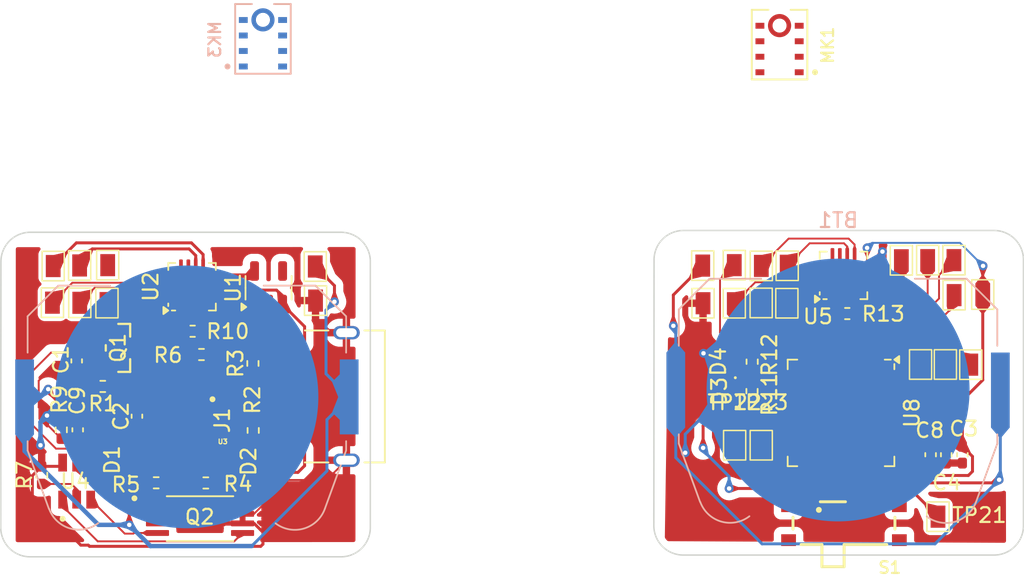
<source format=kicad_pcb>
(kicad_pcb (version 20240108) (generator "pcbnew") (generator_version "8.0")
  (layers (0 "F.Cu" signal) (31 "B.Cu" signal) (34 "B.Paste" user) (35 "F.Paste" user) (36 "B.SilkS" user "B.Silkscreen") (37 "F.SilkS" user "F.Silkscreen") (38 "B.Mask" user) (39 "F.Mask" user) (44 "Edge.Cuts" user))
  (net 0 "")
  (net 1 "B-")
  (net 2 "Net-(U2-GAIN_SLOT)")
  (net 3 "Net-(U5-GAIN_SLOT)")
  (net 4 "B+")
  (net 5 "VBUS")
  (net 6 "VDD_ESP")
  (net 7 "Net-(J1-CC1_B)")
  (net 8 "D-")
  (net 9 "D+")
  (net 12 "Net-(J1-CC1_A)")
  (net 13 "CLK1")
  (net 14 "SEL1")
  (net 15 "MIC_DATA1")
  (net 16 "SEL2")
  (net 17 "MIC_DATA2")
  (net 18 "CLK2")
  (net 19 "Net-(Q1-D)")
  (net 20 "/G1")
  (net 21 "/G2")
  (net 22 "/D1")
  (net 23 "Net-(D2-K)")
  (net 24 "Net-(U3-~{CHRG})")
  (net 25 "Net-(U3-~{STDBY})")
  (net 26 "Net-(D1-K)")
  (net 27 "Net-(U3-PROG)")
  (net 28 "Net-(U4-CS)")
  (net 29 "SPK_P1")
  (net 30 "SPK_N1")
  (net 31 "SPK2_P")
  (net 32 "SPK2_N")
  (net 33 "RESET")
  (net 35 "SPK_DATA1")
  (net 41 "SPK2_DATA")
  (net 69 "Net-(U8-GPIO9)")
  (net 83 "Net-(D3-A)")
  (net 84 "Net-(D4-A)")
  (net 85 "BOOT")
  (footprint "450404015514:450404015514" (layer "F.Cu") (at 143.07 37.71 180)
    (property "Reference" "S1")
    (property "Value" "450404015514")
  )
  (footprint "LED_SMD:LED_0402_1005Metric" (layer "F.Cu") (at 135.715 26.765 90)
    (property "Reference" "D4")
    (property "Value" "GREEN_LED" (hide yes))
  )
  (footprint "Resistor_SMD:R_0402_1005Metric" (layer "F.Cu") (at 136.855 26.77 -90)
    (property "Reference" "R12")
    (property "Value" "470" (hide yes))
  )
  (footprint "LED_SMD:LED_0402_1005Metric" (layer "F.Cu") (at 94.7 33.425 90)
    (property "Reference" "D1")
    (property "Value" "GREEN_LED" (hide yes))
  )
  (footprint "MountingHole:Mounting_Pad_Rectangular" (layer "F.Cu") (at 89.54 20.29)
    (property "Reference" "TP1" (hide yes))
    (property "Value" "TestPoint" (hide yes))
  )
  (footprint "MountingHole:Mounting_Pad_Rectangular" (layer "F.Cu") (at 139.205 22.81)
    (property "Reference" "TP9" (hide yes))
    (property "Value" "TestPoint" (hide yes))
  )
  (footprint "MountingHole:Mounting_Pad_Rectangular" (layer "F.Cu") (at 133.51 20.26)
    (property "Reference" "TP24" (hide yes))
    (property "Value" "TestPoint" (hide yes))
  )
  (footprint "Package_DFN_QFN:TQFN-16-1EP_3x3mm_P0.5mm_EP1.23x1.23mm" (layer "F.Cu") (at 143.04 20.9225 90)
    (property "Reference" "U5")
    (property "Value" "MAX98357A" (hide yes))
  )
  (footprint "Resistor_SMD:R_0402_1005Metric_Pad0.72x0.64mm_HandSolder" (layer "F.Cu") (at 99.8725 34.985 180)
    (property "Reference" "R4")
    (property "Value" "1k" (hide yes))
  )
  (footprint "12402012E212A:AMPHENOL_12402012E212A" (layer "F.Cu") (at 109.39 29.125 90)
    (property "Reference" "J1")
    (property "Value" "12402012E212A")
  )
  (footprint "Resistor_SMD:R_0402_1005Metric_Pad0.72x0.64mm_HandSolder" (layer "F.Cu") (at 88.76 34.4575 90)
    (property "Reference" "R7")
    (property "Value" "1k" (hide yes))
  )
  (footprint "MountingHole:Mounting_Pad_Rectangular" (layer "F.Cu") (at 91.34 22.78)
    (property "Reference" "TP11" (hide yes))
    (property "Value" "TestPoint" (hide yes))
  )
  (footprint "MountingHole:Mounting_Pad_Rectangular" (layer "F.Cu") (at 150.525 22.26)
    (property "Reference" "TP17" (hide yes))
    (property "Value" "TestPoint" (hide yes))
  )
  (footprint "MountingHole:Mounting_Pad_Rectangular" (layer "F.Cu") (at 137.47 32.43)
    (property "Reference" "TP23")
    (property "Value" "TestPoint" (hide yes))
  )
  (footprint "MountingHole:Mounting_Pad_Rectangular" (layer "F.Cu") (at 135.645 22.81)
    (property "Reference" "TP7" (hide yes))
    (property "Value" "TestPoint" (hide yes))
  )
  (footprint "Capacitor_SMD:C_0402_1005Metric_Pad0.74x0.62mm_HandSolder" (layer "F.Cu") (at 91.2 31.3875 -90)
    (property "Reference" "C9")
    (property "Value" "100nF" (hide yes))
  )
  (footprint "Resistor_SMD:R_0402_1005Metric_Pad0.72x0.64mm_HandSolder" (layer "F.Cu") (at 103.06 26.8875 90)
    (property "Reference" "R3")
    (property "Value" "5.1k" (hide yes))
  )
  (footprint "MountingHole:Mounting_Pad_Rectangular" (layer "F.Cu") (at 149.435 37.27)
    (property "Reference" "TP21")
    (property "Value" "TestPoint" (hide yes))
  )
  (footprint "MountingHole:Mounting_Pad_Rectangular" (layer "F.Cu") (at 91.33 20.25)
    (property "Reference" "TP2" (hide yes))
    (property "Value" "TestPoint" (hide yes))
  )
  (footprint "MountingHole:Mounting_Pad_Rectangular" (layer "F.Cu") (at 89.49 22.77)
    (property "Reference" "TP10" (hide yes))
    (property "Value" "TestPoint" (hide yes))
  )
  (footprint "MountingHole:Mounting_Pad_Rectangular" (layer "F.Cu") (at 148.255 26.96)
    (property "Reference" "TP6" (hide yes))
    (property "Value" "TestPoint" (hide yes))
  )
  (footprint "MountingHole:Mounting_Pad_Rectangular" (layer "F.Cu") (at 135.645 20.23)
    (property "Reference" "TP13" (hide yes))
    (property "Value" "TestPoint" (hide yes))
  )
  (footprint "Resistor_SMD:R_0402_1005Metric" (layer "F.Cu") (at 143.295 23.51)
    (property "Reference" "R13")
    (property "Value" "100k" (hide yes))
  )
  (footprint "LED_SMD:LED_0402_1005Metric" (layer "F.Cu") (at 135.77 28.755 90)
    (property "Reference" "D3")
    (property "Value" "RED_LED" (hide yes))
  )
  (footprint "MountingHole:Mounting_Pad_Rectangular" (layer "F.Cu") (at 135.67 32.43)
    (property "Reference" "TP22")
    (property "Value" "TestPoint" (hide yes))
  )
  (footprint "Resistor_SMD:R_0402_1005Metric_Pad0.72x0.64mm_HandSolder" (layer "F.Cu") (at 90.0875 31.3875 -90)
    (property "Reference" "R9")
    (property "Value" "100" (hide yes))
  )
  (footprint "Package_TO_SOT_SMD:SOT-23-5" (layer "F.Cu") (at 104.12 21.7625 90)
    (property "Reference" "U1")
    (property "Value" "AP2112K-3.3" (hide yes))
  )
  (footprint "MountingHole:Mounting_Pad_Rectangular" (layer "F.Cu") (at 133.53 22.81)
    (property "Reference" "TP26" (hide yes))
    (property "Value" "TestPoint" (hide yes))
  )
  (footprint "MountingHole:Mounting_Pad_Rectangular" (layer "F.Cu") (at 139.225 20.27)
    (property "Reference" "TP4" (hide yes))
    (property "Value" "TestPoint" (hide yes))
  )
  (footprint "INMP441ACEZ-R7:MIC_INMP441ACEZ-R7" (layer "F.Cu") (at 138.71 5.29 -90)
    (property "Reference" "MK1")
    (property "Value" "INMP441ACEZ-R7" (hide yes))
  )
  (footprint "MountingHole:Mounting_Pad_Rectangular" (layer "F.Cu") (at 93.23 20.23)
    (property "Reference" "TP14" (hide yes))
    (property "Value" "TestPoint" (hide yes))
  )
  (footprint "Resistor_SMD:R_0402_1005Metric" (layer "F.Cu") (at 136.845 28.765 90)
    (property "Reference" "R11")
    (property "Value" "470" (hide yes))
  )
  (footprint "Resistor_SMD:R_0402_1005Metric_Pad0.72x0.64mm_HandSolder" (layer "F.Cu") (at 103.08 31.4275 90)
    (property "Reference" "R2")
    (property "Value" "5.1k" (hide yes))
  )
  (footprint "MountingHole:Mounting_Pad_Rectangular" (layer "F.Cu") (at 152.465 22.22)
    (property "Reference" "TP20" (hide yes))
    (property "Value" "TestPoint" (hide yes))
  )
  (footprint "Resistor_SMD:R_0402_1005Metric_Pad0.72x0.64mm_HandSolder" (layer "F.Cu") (at 99.5775 26.285 180)
    (property "Reference" "R6")
    (property "Value" "2k" (hide yes))
  )
  (footprint "FS8205A:SOP65P640X120-8N" (layer "F.Cu") (at 99.48 37.4)
    (property "Reference" "Q2")
    (property "Value" "FS8205A" (hide yes))
  )
  (footprint "MountingHole:Mounting_Pad_Rectangular" (layer "F.Cu") (at 150.515 19.89)
    (property "Reference" "TP16" (hide yes))
    (property "Value" "TestPoint" (hide yes))
  )
  (footprint "Capacitor_SMD:C_0402_1005Metric_Pad0.74x0.62mm_HandSolder" (layer "F.Cu") (at 148.935 33.0725 -90)
    (property "Reference" "C8")
    (property "Value" "1uF" (hide yes))
  )
  (footprint "Capacitor_SMD:C_0402_1005Metric_Pad0.74x0.62mm_HandSolder" (layer "F.Cu") (at 151.085 33.0725 -90)
    (property "Reference" "C3")
    (property "Value" "4.7uF" (hide yes))
  )
  (footprint "MountingHole:Mounting_Pad_Rectangular" (layer "F.Cu") (at 137.465 22.79)
    (property "Reference" "TP8" (hide yes))
    (property "Value" "TestPoint" (hide yes))
  )
  (footprint "MountingHole:Mounting_Pad_Rectangular" (layer "F.Cu") (at 137.475 20.28)
    (property "Reference" "TP3" (hide yes))
    (property "Value" "TestPoint" (hide yes))
  )
  (footprint "Capacitor_SMD:C_0402_1005Metric_Pad0.74x0.62mm_HandSolder" (layer "F.Cu") (at 91.13 26.7175 -90)
    (property "Reference" "C1")
    (property "Value" "4.7uF" (hide yes))
  )
  (footprint "Package_DFN_QFN:QFN-56-1EP_7x7mm_P0.4mm_EP4x4mm" (layer "F.Cu") (at 142.87 30.24 -90)
    (property "Reference" "U8")
    (property "Value" "ESP32-S3" (hide yes))
  )
  (footprint "Capacitor_SMD:C_0402_1005Metric_Pad0.74x0.62mm_HandSolder" (layer "F.Cu") (at 149.995 33.0725 -90)
    (property "Reference" "C4")
    (property "Value" "100nF" (hide yes))
  )
  (footprint "LED_SMD:LED_0402_1005Metric" (layer "F.Cu") (at 101.57 33.43 90)
    (property "Reference" "D2")
    (property "Value" "RED_LED" (hide yes))
  )
  (footprint "MountingHole:Mounting_Pad_Rectangular" (layer "F.Cu") (at 107.28 20.32)
    (property "Reference" "TP27" (hide yes))
    (property "Value" "TestPoint" (hide yes))
  )
  (footprint "TP4056 (1):SO08-PAD-300" (layer "F.Cu") (at 98.22 30.605 180)
    (property "Reference" "U3")
    (property "Value" "TP4056" (hide yes))
  )
  (footprint "MountingHole:Mounting_Pad_Rectangular" (layer "F.Cu") (at 146.955 19.9)
    (property "Reference" "TP18" (hide yes))
    (property "Value" "TestPoint" (hide yes))
  )
  (footprint "Package_DFN_QFN:TQFN-16-1EP_3x3mm_P0.5mm_EP1.23x1.23mm" (layer "F.Cu") (at 98.94 21.6925 90)
    (property "Reference" "U2")
    (property "Value" "MAX98357A" (hide yes))
  )
  (footprint "Resistor_SMD:R_0402_1005Metric_Pad0.72x0.64mm_HandSolder" (layer "F.Cu") (at 92.8975 28.445 180)
    (property "Reference" "R1")
    (property "Value" "100k" (hide yes))
  )
  (footprint "MountingHole:Mounting_Pad_Rectangular" (layer "F.Cu") (at 151.655 26.97)
    (property "Reference" "TP19" (hide yes))
    (property "Value" "TestPoint" (hide yes))
  )
  (footprint "footprints:DMP3099L-7" (layer "F.Cu") (at 93.9255 25.835001 -90)
    (property "Reference" "Q1")
    (property "Value" "PMOS" (hide yes))
  )
  (footprint "MountingHole:Mounting_Pad_Rectangular" (layer "F.Cu") (at 107.3 22.63)
    (property "Reference" "TP25" (hide yes))
    (property "Value" "TestPoint")
  )
  (footprint "Resistor_SMD:R_0402_1005Metric" (layer "F.Cu") (at 98.98 24.705)
    (property "Reference" "R10")
    (property "Value" "100k" (hide yes))
  )
  (footprint "MountingHole:Mounting_Pad_Rectangular" (layer "F.Cu") (at 148.735 19.89)
    (property "Reference" "TP15" (hide yes))
    (property "Value" "TestPoint" (hide yes))
  )
  (footprint "Resistor_SMD:R_0402_1005Metric_Pad0.72x0.64mm_HandSolder" (layer "F.Cu") (at 96.5125 34.975)
    (property "Reference" "R5")
    (property "Value" "1k" (hide yes))
  )
  (footprint "Capacitor_SMD:C_0402_1005Metric_Pad0.74x0.62mm_HandSolder" (layer "F.Cu") (at 95.21 30.465 -90)
    (property "Reference" "C2")
    (property "Value" "10uF" (hide yes))
  )
  (footprint "MountingHole:Mounting_Pad_Rectangular" (layer "F.Cu") (at 149.935 26.96)
    (property "Reference" "TP5" (hide yes))
    (property "Value" "TestPoint" (hide yes))
  )
  (footprint "DW01A:SOT95P280X145-6N" (layer "F.Cu") (at 91.13 34.86 90)
    (property "Reference" "U4")
    (property "Value" "DW01A" (hide yes))
  )
  (footprint "MountingHole:Mounting_Pad_Rectangular" (layer "F.Cu") (at 93.18 22.8)
    (property "Reference" "TP12" (hide yes))
    (property "Value" "TestPoint" (hide yes))
  )
  (footprint "INMP441ACEZ-R7:MIC_INMP441ACEZ-R7" (layer "B.Cu") (at 103.74 4.9 -90)
    (property "Reference" "MK3")
    (property "Value" "INMP441ACEZ-R7" (hide yes))
  )
  (footprint "Battery:BatteryHolder_Keystone_3034_1x20mm" (layer "B.Cu") (at 98.59 29.155 180)
    (property "Reference" "BT2" (hide yes))
    (property "Value" "Battery_Cell" (hide yes))
  )
  (footprint "Battery:BatteryHolder_Keystone_3034_1x20mm" (layer "B.Cu") (at 142.67 28.69 180)
    (property "Reference" "BT1")
    (property "Value" "Battery_Cell" (hide yes))
  )
  (gr_poly (pts (arc (start 153.249702 39.869867) (mid 154.644154 39.280158) (end 155.220097 37.879964)) (arc (start 155.22 19.850359) (mid 154.630291 18.455907) (end 153.230097 17.879964)) (arc (start 132.184549 17.880061) (mid 130.790097 18.46977) (end 130.214154 19.869964)) (arc (start 130.200194 37.899569) (mid 130.789903 39.294021) (end 132.190097 39.869964))) (stroke (width 0.1)) (fill none) (layer "Edge.Cuts"))
  (gr_poly (pts (arc (start 109.039605 39.989903) (mid 110.434057 39.400194) (end 111.01 38)) (arc (start 111.009903 19.970395) (mid 110.420194 18.575943) (end 109.02 18)) (arc (start 87.974452 18.000097) (mid 86.58 18.589806) (end 86.004057 19.99)) (arc (start 85.990097 38.019605) (mid 86.579806 39.414057) (end 87.98 39.99))) (stroke (width 0.1)) (fill none) (layer "Edge.Cuts"))
  (segment (start 95.6375 30.605) (end 95.21 31.0325) (width 0.2) (layer "F.Cu") (net 1))
  (segment (start 90.0875 31.985) (end 91.17 31.985) (width 0.127) (layer "F.Cu") (net 1))
  (segment (start 104.64 25.375) (end 105.21 24.805) (width 0.2) (layer "F.Cu") (net 1))
  (segment (start 100.125 27.9888) (end 100.125 26.335) (width 0.2) (layer "F.Cu") (net 1))
  (segment (start 142.87 30.26435) (end 142.87 30.24) (width 0.127) (layer "F.Cu") (net 1))
  (segment (start 91.14 27.285) (end 92.3 28.445) (width 0.2) (layer "F.Cu") (net 1))
  (segment (start 98.69 21.9425) (end 98.94 21.6925) (width 0.127) (layer "F.Cu") (net 1))
  (segment (start 108.335 24.805) (end 109.39 24.805) (width 0.2) (layer "F.Cu") (net 1))
  (segment (start 143.29 22.98) (end 143.805 23.495) (width 0.127) (layer "F.Cu") (net 1))
  (segment (start 146.24565 33.617825) (end 142.892175 30.26435) (width 0.127) (layer "F.Cu") (net 1))
  (segment (start 143.04 20.9225) (end 142.79 21.1725) (width 0.127) (layer "F.Cu") (net 1))
  (segment (start 91.41 39.2) (end 91.92 39.2) (width 0.2) (layer "F.Cu") (net 1))
  (segment (start 92 39.28) (end 103.59 39.28) (width 0.2) (layer "F.Cu") (net 1))
  (segment (start 88.56 29.86) (end 89.12 30.42) (width 0.127) (layer "F.Cu") (net 1))
  (segment (start 92.3 28.445) (end 94.8875 31.0325) (width 0.2) (layer "F.Cu") (net 1))
  (segment (start 142.79 21.1725) (end 141.6025 21.1725) (width 0.127) (layer "F.Cu") (net 1))
  (segment (start 133.53 26.17) (end 133.56 26.2) (width 0.2) (layer "F.Cu") (net 1))
  (segment (start 88.71 27.91) (end 89.335 27.285) (width 0.127) (layer "F.Cu") (net 1))
  (segment (start 99.19 23.13) (end 99.19 21.9425) (width 0.127) (layer "F.Cu") (net 1))
  (segment (start 88.76 32.51) (end 88.68 32.43) (width 0.2) (layer "F.Cu") (net 1))
  (segment (start 91.92 39.2) (end 92 39.28) (width 0.2) (layer "F.Cu") (net 1))
  (segment (start 99.19 24.405) (end 99.49 24.705) (width 0.2) (layer "F.Cu") (net 1))
  (segment (start 91.13 27.285) (end 91.14 27.285) (width 0.127) (layer "F.Cu") (net 1))
  (segment (start 135.09 27.875) (end 135.09 28.56) (width 0.2) (layer "F.Cu") (net 1))
  (segment (start 109.39 24.805) (end 109.39 33.445) (width 0.2) (layer "F.Cu") (net 1))
  (segment (start 151.085 33.64) (end 148.935 33.64) (width 0.2) (layer "F.Cu") (net 1))
  (segment (start 133.53 22.81) (end 133.53 25.065) (width 0.2) (layer "F.Cu") (net 1))
  (segment (start 102.36 37.075) (end 103.14 37.075) (width 0.127) (layer "F.Cu") (net 1))
  (segment (start 97.59 29.975) (end 97.59 27.9938) (width 0.2) (layer "F.Cu") (net 1))
  (segment (start 145.675 22.155) (end 145.675 19.31) (width 0.127) (layer "F.Cu") (net 1))
  (segment (start 99.19 23.13) (end 99.19 24.405) (width 0.2) (layer "F.Cu") (net 1))
  (segment (start 143.04 20.9225) (end 143.29 21.1725) (width 0.127) (layer "F.Cu") (net 1))
  (segment (start 144.32 23.51) (end 145.675 22.155) (width 0.127) (layer "F.Cu") (net 1))
  (segment (start 100.125 28.7) (end 98.22 30.605) (width 0.2) (layer "F.Cu") (net 1))
  (segment (start 143.805 23.495) (end 143.805 23.51) (width 0.127) (layer "F.Cu") (net 1))
  (segment (start 133.245 33.86) (end 139.25 33.86) (width 0.127) (layer "F.Cu") (net 1))
  (segment (start 142.87 30.24) (end 146.15 26.96) (width 0.127) (layer "F.Cu") (net 1))
  (segment (start 100.175 26.285) (end 100.175 25.39) (width 0.2) (layer "F.Cu") (net 1))
  (segment (start 107.3 22.63) (end 107.3 23.77) (width 0.2) (layer "F.Cu") (net 1))
  (segment (start 103.14 37.075) (end 105.43 34.785) (width 0.127) (layer "F.Cu") (net 1))
  (segment (start 89.335 27.285) (end 91.13 27.285) (width 0.127) (layer "F.Cu") (net 1))
  (segment (start 103.59 39.28) (end 103.74 39.13) (width 0.2) (layer "F.Cu") (net 1))
  (segment (start 88.76 33.86) (end 88.76 32.51) (width 0.2) (layer "F.Cu") (net 1))
  (segment (start 132.325 32.94) (end 132.325 31.66) (width 0.2) (layer "F.Cu") (net 1))
  (segment (start 107.3 23.77) (end 108.335 24.805) (width 0.2) (layer "F.Cu") (net 1))
  (segment (start 100.125 27.9888) (end 100.125 28.7) (width 0.2) (layer "F.Cu") (net 1))
  (segment (start 143.805 23.51) (end 144.32 23.51) (width 0.127) (layer "F.Cu") (net 1))
  (segment (start 105.43 34.785) (end 108.05 34.785) (width 0.127) (layer "F.Cu") (net 1))
  (segment (start 132.325 31.66) (end 134.745 29.24) (width 0.2) (layer "F.Cu") (net 1))
  (segment (start 142.892175 30.26435) (end 142.87 30.26435) (width 0.127) (layer "F.Cu") (net 1))
  (segment (start 100.125 26.335) (end 100.175 26.285) (width 0.127) (layer "F.Cu") (net 1))
  (segment (start 98.69 21.4425) (end 98.69 20.255) (width 0.127) (layer "F.Cu") (net 1))
  (segment (start 97.5025 21.9425) (end 98.69 21.9425) (width 0.127) (layer "F.Cu") (net 1))
  (segment (start 100.18 26.29) (end 100.175 26.285) (width 0.2) (layer "F.Cu") (net 1))
  (segment (start 98.94 21.6925) (end 98.69 21.4425) (width 0.127) (layer "F.Cu") (net 1))
  (segment (start 90.0875 31.985) (end 89.12 31.0175) (width 0.127) (layer "F.Cu") (net 1))
  (segment (start 104.12 23.715) (end 105.21 24.805) (width 0.2) (layer "F.Cu") (net 1))
  (segment (start 98.22 30.605) (end 97.59 29.975) (width 0.2) (layer "F.Cu") (net 1))
  (segment (start 88.76 33.86) (end 89.925 33.86) (width 0.2) (layer "F.Cu") (net 1))
  (segment (start 103.38 32.325) (end 104.64 32.325) (width 0.2) (layer "F.Cu") (net 1))
  (segment (start 94.8875 31.0325) (end 95.21 31.0325) (width 0.2) (layer "F.Cu") (net 1))
  (segment (start 133.53 25.065) (end 135.715 27.25) (width 0.2) (layer "F.Cu") (net 1))
  (segment (start 88.13 35.92) (end 91.41 39.2) (width 0.2) (layer "F.Cu") (net 1))
  (segment (start 139.25 33.86) (end 142.87 30.24) (width 0.127) (layer "F.Cu") (net 1))
  (segment (start 103.08 32.025) (end 103.38 32.325) (width 0.2) (layer "F.Cu") (net 1))
  (segment (start 89.12 31.0175) (end 89.12 30.42) (width 0.127) (layer "F.Cu") (net 1))
  (segment (start 88.71 27.91) (end 88.56 28.06) (width 0.127) (layer "F.Cu") (net 1))
  (segment (start 103.06 26.29) (end 100.18 26.29) (width 0.2) (layer "F.Cu") (net 1))
  (segment (start 99.19 21.9425) (end 98.94 21.6925) (width 0.127) (layer "F.Cu") (net 1))
  (segment (start 135.09 28.56) (end 135.77 29.24) (width 0.2) (layer "F.Cu") (net 1))
  (segment (start 91.17 31.985) (end 91.2 31.955) (width 0.127) (layer "F.Cu") (net 1))
  (segment (start 134.745 29.24) (end 135.77 29.24) (width 0.2) (layer "F.Cu") (net 1))
  (segment (start 96.6 37.075) (end 96.6 37.725) (width 0.3) (layer "F.Cu") (net 1))
  (segment (start 88.13 34.49) (end 88.13 35.92) (width 0.2) (layer "F.Cu") (net 1))
  (segment (start 135.715 27.25) (end 135.09 27.875) (width 0.2) (layer "F.Cu") (net 1))
  (segment (start 104.64 25.925) (end 104.64 25.375) (width 0.2) (layer "F.Cu") (net 1))
  (segment (start 89.925 33.86) (end 90.18 33.605) (width 0.127) (layer "F.Cu") (net 1))
  (segment (start 146.15 26.96) (end 148.255 26.96) (width 0.127) (layer "F.Cu") (net 1))
  (segment (start 100.175 25.39) (end 99.49 24.705) (width 0.2) (layer "F.Cu") (net 1))
  (segment (start 98.22 30.605) (end 95.6375 30.605) (width 0.2) (layer "F.Cu") (net 1))
  (segment (start 102.36 37.075) (end 102.36 37.725) (width 0.3) (layer "F.Cu") (net 1))
  (segment (start 103.14 37.725) (end 102.36 37.725) (width 0.2) (layer "F.Cu") (net 1))
  (segment (start 146.24565 33.64) (end 146.24565 33.617825) (width 0.127) (layer "F.Cu") (net 1))
  (segment (start 104.12 22.9) (end 104.12 23.715) (width 0.2) (layer "F.Cu") (net 1))
  (segment (start 105.21 33.445) (end 105.21 32.895) (width 0.2) (layer "F.Cu") (net 1))
  (segment (start 108.05 34.785) (end 109.39 33.445) (width 0.127) (layer "F.Cu") (net 1))
  (segment (start 143.04 20.9225) (end 142.79 20.6725) (width 0.127) (layer "F.Cu") (net 1))
  (segment (start 103.425 25.925) (end 103.06 26.29) (width 0.2) (layer "F.Cu") (net 1))
  (segment (start 105.21 32.895) (end 104.64 32.325) (width 0.2) (layer "F.Cu") (net 1))
  (segment (start 143.29 21.1725) (end 143.29 22.36) (width 0.127) (layer "F.Cu") (net 1))
  (segment (start 102.36 37.725) (end 96.6 37.725) (width 0.3) (layer "F.Cu") (net 1))
  (segment (start 101.66 30.605) (end 98.22 30.605) (width 0.2) (layer "F.Cu") (net 1))
  (segment (start 133.53 22.81) (end 133.53 26.17) (width 0.2) (layer "F.Cu") (net 1))
  (segment (start 103.74 38.325) (end 103.14 37.725) (width 0.2) (layer "F.Cu") (net 1))
  (segment (start 103.08 32.025) (end 101.66 30.605) (width 0.2) (layer "F.Cu") (net 1))
  (segment (start 88.76 33.86) (end 88.13 34.49) (width 0.2) (layer "F.Cu") (net 1))
  (segment (start 148.935 33.64) (end 146.24565 33.64) (width 0.2) (layer "F.Cu") (net 1))
  (segment (start 104.64 25.925) (end 103.425 25.925) (width 0.2) (layer "F.Cu") (net 1))
  (segment (start 143.29 22.36) (end 143.29 22.98) (width 0.127) (layer "F.Cu") (net 1))
  (segment (start 142.79 20.6725) (end 142.79 19.485) (width 0.127) (layer "F.Cu") (net 1))
  (segment (start 97.59 27.9938) (end 97.585 27.9888) (width 0.2) (layer "F.Cu") (net 1))
  (segment (start 132.325 32.94) (end 133.245 33.86) (width 0.127) (layer "F.Cu") (net 1))
  (segment (start 88.56 28.06) (end 88.56 29.86) (width 0.127) (layer "F.Cu") (net 1))
  (segment (start 96.6 37.075) (end 102.36 37.075) (width 0.3) (layer "F.Cu") (net 1))
  (segment (start 103.74 39.13) (end 103.74 38.325) (width 0.2) (layer "F.Cu") (net 1))
  (via (at 132.325 32.94) (size 0.6) (drill 0.3) (layers "F.Cu" "B.Cu") (net 1))
  (via (at 133.56 26.2) (size 0.6) (drill 0.3) (layers "F.Cu" "B.Cu") (net 1))
  (via (at 89.12 30.42) (size 0.6) (drill 0.3) (layers "F.Cu" "B.Cu") (net 1))
  (via (at 145.675 19.31) (size 0.6) (drill 0.3) (layers "F.Cu" "B.Cu") (net 1))
  (via (at 88.68 32.43) (size 0.6) (drill 0.3) (layers "F.Cu" "B.Cu") (net 1))
  (segment (start 132.325 31.68) (end 135.315 28.69) (width 0.2) (layer "B.Cu") (net 1))
  (segment (start 133.56 26.2) (end 140.18 26.2) (width 0.127) (layer "B.Cu") (net 1))
  (segment (start 140.18 26.2) (end 142.67 28.69) (width 0.2) (layer "B.Cu") (net 1))
  (segment (start 88.68 30.86) (end 89.12 30.42) (width 0.3) (layer "B.Cu") (net 1))
  (segment (start 132.325 32.94) (end 132.325 31.68) (width 0.2) (layer "B.Cu") (net 1))
  (segment (start 139.99565 25.69) (end 144.4263 25.69) (width 0.127) (layer "B.Cu") (net 1))
  (segment (start 145.675 19.31) (end 145.675 25.685) (width 0.127) (layer "B.Cu") (net 1))
  (segment (start 97.325 30.42) (end 98.59 29.155) (width 0.127) (layer "B.Cu") (net 1))
  (segment (start 145.675 25.685) (end 142.67 28.69) (width 0.127) (layer "B.Cu") (net 1))
  (segment (start 89.12 30.42) (end 97.325 30.42) (width 0.3) (layer "B.Cu") (net 1))
  (segment (start 135.315 28.69) (end 142.67 28.69) (width 0.127) (layer "B.Cu") (net 1))
  (segment (start 88.68 32.43) (end 88.68 30.86) (width 0.3) (layer "B.Cu") (net 1))
  (segment (start 98.69 23.13) (end 98.69 24.485) (width 0.2) (layer "F.Cu") (net 2))
  (segment (start 98.69 24.485) (end 98.47 24.705) (width 0.2) (layer "F.Cu") (net 2))
  (segment (start 142.79 23.505) (end 142.785 23.51) (width 0.127) (layer "F.Cu") (net 3))
  (segment (start 142.79 22.36) (end 142.79 23.505) (width 0.127) (layer "F.Cu") (net 3))
  (segment (start 144.65 34.83) (end 143.82 35.66) (width 0.127) (layer "F.Cu") (net 4))
  (segment (start 131.52 22.25) (end 131.52 24.34) (width 0.2) (layer "F.Cu") (net 4))
  (segment (start 91.2 30.82) (end 90.1175 30.82) (width 0.2) (layer "F.Cu") (net 4))
  (segment (start 108.58 21.62) (end 108.58 22.71) (width 0.2) (layer "F.Cu") (net 4))
  (segment (start 91.13 33.605) (end 91.13 34.055) (width 0.127) (layer "F.Cu") (net 4))
  (segment (start 107.28 20.32) (end 108.58 21.62) (width 0.2) (layer "F.Cu") (net 4))
  (segment (start 153.575 34.77) (end 153.365 34.98) (width 0.2) (layer "F.Cu") (net 4))
  (segment (start 89.204718 28.824718) (end 89.204718 28.629144) (width 0.127) (layer "F.Cu") (net 4))
  (segment (start 94.69 37.08) (end 94.69 37.44) (width 0.2) (layer "F.Cu") (net 4))
  (segment (start 91.13 34.055) (end 92.005 34.93) (width 0.2) (layer "F.Cu") (net 4))
  (segment (start 92.54 34.93) (end 94.69 37.08) (width 0.2) (layer "F.Cu") (net 4))
  (segment (start 92.005 34.93) (end 92.54 34.93) (width 0.2) (layer "F.Cu") (net 4))
  (segment (start 133.51 20.26) (end 131.52 22.25) (width 0.2) (layer "F.Cu") (net 4))
  (segment (start 93.57 30.82) (end 91.2 30.82) (width 0.2) (layer "F.Cu") (net 4))
  (segment (start 96.315 33.2212) (end 95.9712 33.2212) (width 0.2) (layer "F.Cu") (net 4))
  (segment (start 95.9712 33.2212) (end 93.57 30.82) (width 0.2) (layer "F.Cu") (net 4))
  (segment (start 91.2 30.82) (end 89.204718 28.824718) (width 0.2) (layer "F.Cu") (net 4))
  (segment (start 90.1175 30.82) (end 90.0875 30.79) (width 0.2) (layer "F.Cu") (net 4))
  (segment (start 146.59 34.98) (end 146.47 34.86) (width 0.127) (layer "F.Cu") (net 4))
  (segment (start 153.365 34.98) (end 146.59 34.98) (width 0.2) (layer "F.Cu") (net 4))
  (segment (start 146.44 34.83) (end 144.65 34.83) (width 0.127) (layer "F.Cu") (net 4))
  (segment (start 146.47 34.86) (end 146.44 34.83) (width 0.127) (layer "F.Cu") (net 4))
  (segment (start 94.69 37.44) (end 94.69 37.825) (width 0.2) (layer "F.Cu") (net 4))
  (via (at 108.58 22.71) (size 0.6) (drill 0.3) (layers "F.Cu" "B.Cu") (net 4))
  (via (at 131.52 24.34) (size 0.6) (drill 0.3) (layers "F.Cu" "B.Cu") (net 4))
  (via (at 89.204718 28.629144) (size 0.6) (drill 0.3) (layers "F.Cu" "B.Cu") (net 4))
  (via (at 153.575 34.77) (size 0.6) (drill 0.3) (layers "F.Cu" "B.Cu") (net 4))
  (via (at 94.69 37.825) (size 0.6) (drill 0.3) (layers "F.Cu" "B.Cu") (net 4))
  (segment (start 108.01 27.59) (end 109.575 29.155) (width 0.2) (layer "B.Cu") (net 4))
  (segment (start 89.204718 28.629144) (end 88.678862 29.155) (width 0.3) (layer "B.Cu") (net 4))
  (segment (start 153.575 34.77) (end 149.235 39.11) (width 0.2) (layer "B.Cu") (net 4))
  (segment (start 109.575 29.195) (end 109.575 29.155) (width 0.127) (layer "B.Cu") (net 4))
  (segment (start 87.605 32.825224) (end 87.605 29.155) (width 0.3) (layer "B.Cu") (net 4))
  (segment (start 108.07 34.17) (end 108.07 30.7) (width 0.2) (layer "B.Cu") (net 4))
  (segment (start 131.52 24.34) (end 131.685 24.505) (width 0.2) (layer "B.Cu") (net 4))
  (segment (start 94.69 37.825) (end 92.604776 37.825) (width 0.3) (layer "B.Cu") (net 4))
  (segment (start 108.01 23.28) (end 108.01 27.59) (width 0.2) (layer "B.Cu") (net 4))
  (segment (start 92.604776 37.825) (end 87.605 32.825224) (width 0.3) (layer "B.Cu") (net 4))
  (segment (start 94.69 37.825) (end 96.125 39.26) (width 0.3) (layer "B.Cu") (net 4))
  (segment (start 108.07 30.7) (end 109.575 29.195) (width 0.2) (layer "B.Cu") (net 4))
  (segment (start 88.678862 29.155) (end 87.605 29.155) (width 0.3) (layer "B.Cu") (net 4))
  (segment (start 153.575 34.77) (end 153.655 34.69) (width 0.2) (layer "B.Cu") (net 4))
  (segment (start 153.655 34.69) (end 153.655 28.69) (width 0.2) (layer "B.Cu") (net 4))
  (segment (start 102.98 39.26) (end 108.07 34.17) (width 0.2) (layer "B.Cu") (net 4))
  (segment (start 131.685 24.505) (end 131.685 28.69) (width 0.2) (layer "B.Cu") (net 4))
  (segment (start 131.685 33.27) (end 131.685 28.69) (width 0.2) (layer "B.Cu") (net 4))
  (segment (start 96.125 39.26) (end 102.98 39.26) (width 0.3) (layer "B.Cu") (net 4))
  (segment (start 149.235 39.11) (end 137.525 39.11) (width 0.2) (layer "B.Cu") (net 4))
  (segment (start 108.58 22.71) (end 108.01 23.28) (width 0.2) (layer "B.Cu") (net 4))
  (segment (start 137.525 39.11) (end 131.685 33.27) (width 0.2) (layer "B.Cu") (net 4))
  (segment (start 106.56 25.575) (end 106.56 24.39) (width 0.2) (layer "F.Cu") (net 5))
  (segment (start 104.66 21.92) (end 105.07 22.33) (width 0.2) (layer "F.Cu") (net 5))
  (segment (start 106.11 27.425) (end 106.11 30.725) (width 0.2) (layer "F.Cu") (net 5))
  (segment (start 87.98 30.91) (end 89.73 32.66) (width 0.127) (layer "F.Cu") (net 5))
  (segment (start 95.12 35.76) (end 100.636762 35.76) (width 0.2) (layer "F.Cu") (net 5))
  (segment (start 89.73 32.66) (end 89.89 32.66) (width 0.127) (layer "F.Cu") (net 5))
  (segment (start 93.89 34.53) (end 95.12 35.76) (width 0.2) (layer "F.Cu") (net 5))
  (segment (start 87.98 30.819262) (end 87.98 30.91) (width 0.127) (layer "F.Cu") (net 5))
  (segment (start 106.56 33.82) (end 106.11 34.27) (width 0.2) (layer "F.Cu") (net 5))
  (segment (start 102.895 34.27) (end 101.57 32.945) (width 0.2) (layer "F.Cu") (net 5))
  (segment (start 96.315 26.265) (end 96.315 27.9888) (width 0.3) (layer "F.Cu") (net 5))
  (segment (start 103.17 22.9) (end 103.17 22.237501) (width 0.127) (layer "F.Cu") (net 5))
  (segment (start 104.64 26.725) (end 105.41 26.725) (width 0.2) (layer "F.Cu") (net 5))
  (segment (start 94.931 25.835001) (end 95.885001 25.835001) (width 0.3) (layer "F.Cu") (net 5))
  (segment (start 94.41 32.94) (end 93.89 33.46) (width 0.2) (layer "F.Cu") (net 5))
  (segment (start 103.37 34.27) (end 102.895 34.27) (width 0.2) (layer "F.Cu") (net 5))
  (segment (start 87.98 27.57) (end 87.98 30.819262) (width 0.127) (layer "F.Cu") (net 5))
  (segment (start 92.92 27.87) (end 93.495 28.445) (width 0.3) (layer "F.Cu") (net 5))
  (segment (start 89.89 32.66) (end 94.42 32.66) (width 0.127) (layer "F.Cu") (net 5))
  (segment (start 100.636762 35.76) (end 101.11 35.76) (width 0.2) (layer "F.Cu") (net 5))
  (segment (start 95.21 29.0938) (end 95.21 29.8975) (width 0.3) (layer "F.Cu") (net 5))
  (segment (start 101.2938 33.2212) (end 101.57 32.945) (width 0.127) (layer "F.Cu") (net 5))
  (segment (start 100.125 33.2212) (end 101.2938 33.2212) (width 0.127) (layer "F.Cu") (net 5))
  (segment (start 96.315 27.9888) (end 95.21 29.0938) (width 0.3) (layer "F.Cu") (net 5))
  (segment (start 106.11 30.725) (end 105.31 31.525) (width 0.2) (layer "F.Cu") (net 5))
  (segment (start 92.92 26.785002) (end 92.995002 26.785002) (width 0.127) (layer "F.Cu") (net 5))
  (segment (start 93.945003 25.835001) (end 94.931 25.835001) (width 0.3) (layer "F.Cu") (net 5))
  (segment (start 93.495 28.445) (end 95.8588 28.445) (width 0.3) (layer "F.Cu") (net 5))
  (segment (start 105.41 26.725) (end 106.11 27.425) (width 0.2) (layer "F.Cu") (net 5))
  (segment (start 105.41 31.525) (end 106.56 32.675) (width 0.2) (layer "F.Cu") (net 5))
  (segment (start 93.89 33.46) (end 93.89 34.53) (width 0.2) (layer "F.Cu") (net 5))
  (segment (start 106.56 32.675) (end 106.56 33.82) (width 0.2) (layer "F.Cu") (net 5))
  (segment (start 95.885001 25.835001) (end 96.315 26.265) (width 0.3) (layer "F.Cu") (net 5))
  (segment (start 95.8588 28.445) (end 96.315 27.9888) (width 0.127) (layer "F.Cu") (net 5))
  (segment (start 101.11 35.76) (end 102.6 34.27) (width 0.2) (layer "F.Cu") (net 5))
  (segment (start 91.13 26.15) (end 92.284998 26.15) (width 0.3) (layer "F.Cu") (net 5))
  (segment (start 94.7 32.94) (end 94.41 32.94) (width 0.127) (layer "F.Cu") (net 5))
  (segment (start 104.64 31.525) (end 105.41 31.525) (width 0.2) (layer "F.Cu") (net 5))
  (segment (start 94.42 32.66) (end 94.7 32.94) (width 0.127) (layer "F.Cu") (net 5))
  (segment (start 89.4 26.15) (end 87.98 27.57) (width 0.127) (layer "F.Cu") (net 5))
  (segment (start 103.487501 21.92) (end 104.66 21.92) (width 0.2) (layer "F.Cu") (net 5))
  (segment (start 92.92 26.785002) (end 92.92 27.87) (width 0.3) (layer "F.Cu") (net 5))
  (segment (start 92.284998 26.15) (end 92.92 26.785002) (width 0.3) (layer "F.Cu") (net 5))
  (segment (start 92.995002 26.785002) (end 93.945003 25.835001) (width 0.3) (layer "F.Cu") (net 5))
  (segment (start 103.17 22.237501) (end 103.487501 21.92) (width 0.2) (layer "F.Cu") (net 5))
  (segment (start 105.41 26.725) (end 106.56 25.575) (width 0.2) (layer "F.Cu") (net 5))
  (segment (start 106.56 24.39) (end 105.07 22.9) (width 0.2) (layer "F.Cu") (net 5))
  (segment (start 102.6 34.27) (end 103.37 34.27) (width 0.2) (layer "F.Cu") (net 5))
  (segment (start 91.13 26.15) (end 89.4 26.15) (width 0.127) (layer "F.Cu") (net 5))
  (segment (start 106.11 34.27) (end 103.37 34.27) (width 0.2) (layer "F.Cu") (net 5))
  (segment (start 105.07 22.33) (end 105.07 22.9) (width 0.127) (layer "F.Cu") (net 5))
  (segment (start 105.31 31.525) (end 104.64 31.525) (width 0.2) (layer "F.Cu") (net 5))
  (segment (start 136.845 29.275) (end 136.16 29.96) (width 0.2) (layer "F.Cu") (net 6))
  (segment (start 140.27 33.69) (end 140.27 34.31) (width 0.2) (layer "F.Cu") (net 6))
  (segment (start 148.07 31.64) (end 148.935 32.505) (width 0.127) (layer "F.Cu") (net 6))
  (segment (start 147.07 28.21) (end 146.9 28.04) (width 0.127) (layer "F.Cu") (net 6))
  (segment (start 146.32 31.64) (end 148.07 31.64) (width 0.127) (layer "F.Cu") (net 6))
  (segment (start 152.465 28.01) (end 151.085 29.39) (width 0.2) (layer "F.Cu") (net 6))
  (segment (start 140.27 34.31) (end 140.44 34.48) (width 0.2) (layer "F.Cu") (net 6))
  (segment (start 136.16 29.96) (end 134.69 29.96) (width 0.2) (layer "F.Cu") (net 6))
  (segment (start 145.24 20.94) (end 144.9725 20.6725) (width 0.127) (layer "F.Cu") (net 6))
  (segment (start 151.49 34.48) (end 151.77 34.2) (width 0.2) (layer "F.Cu") (net 6))
  (segment (start 144.635 20.015) (end 144.635 19.06) (width 0.127) (layer "F.Cu") (net 6))
  (segment (start 144.4775 20.1725) (end 144.4775 20.6725) (width 0.127) (layer "F.Cu") (net 6))
  (segment (start 101.39 22.54) (end 100.8 23.13) (width 0.2) (layer "F.Cu") (net 6))
  (segment (start 146.32 31.64) (end 146.88 31.64) (width 0.127) (layer "F.Cu") (net 6))
  (segment (start 100.3775 21.4425) (end 102.3525 21.4425) (width 0.3) (layer "F.Cu") (net 6))
  (segment (start 100.3775 21.4425) (end 100.789999 21.4425) (width 0.127) (layer "F.Cu") (net 6))
  (segment (start 147.07 31.45) (end 147.07 28.21) (width 0.127) (layer "F.Cu") (net 6))
  (segment (start 135.295 35.36) (end 138.6 35.36) (width 0.2) (layer "F.Cu") (net 6))
  (segment (start 144.67 26.79) (end 145.07 26.79) (width 0.2) (layer "F.Cu") (net 6))
  (segment (start 144.76 22.36) (end 145.24 21.88) (width 0.127) (layer "F.Cu") (net 6))
  (segment (start 137.21 29.64) (end 139.42 29.64) (width 0.2) (layer "F.Cu") (net 6))
  (segment (start 146.9 28.04) (end 146.32 28.04) (width 0.127) (layer "F.Cu") (net 6))
  (segment (start 151.085 29.39) (end 151.085 32.505) (width 0.2) (layer "F.Cu") (net 6))
  (segment (start 144.3 27.73) (end 140.89 27.73) (width 0.127) (layer "F.Cu") (net 6))
  (segment (start 100.8 23.13) (end 99.69 23.13) (width 0.2) (layer "F.Cu") (net 6))
  (segment (start 144.4775 20.1725) (end 144.635 20.015) (width 0.127) (layer "F.Cu") (net 6))
  (segment (start 140.45 29.065) (end 139.875 29.64) (width 0.127) (layer "F.Cu") (net 6))
  (segment (start 152.465 20.3) (end 152.465 22.22) (width 0.2) (layer "F.Cu") (net 6))
  (segment (start 101.0025 21.4425) (end 101.39 21.83) (width 0.2) (layer "F.Cu") (net 6))
  (segment (start 102.3525 21.4425) (end 103.17 20.625) (width 0.3) (layer "F.Cu") (net 6))
  (segment (start 152.485 20.28) (end 152.465 20.3) (width 0.127) (layer "F.Cu") (net 6))
  (segment (start 100.789999 21.4425) (end 101.0025 21.4425) (width 0.2) (layer "F.Cu") (net 6))
  (segment (start 140.89 27.73) (end 140.45 28.17) (width 0.127) (layer "F.Cu") (net 6))
  (segment (start 151.77 34.2) (end 151.77 33.19) (width 0.2) (layer "F.Cu") (net 6))
  (segment (start 139.875 29.64) (end 139.42 29.64) (width 0.127) (layer "F.Cu") (net 6))
  (segment (start 140.45 28.17) (end 140.45 29.065) (width 0.127) (layer "F.Cu") (net 6))
  (segment (start 144.9725 20.6725) (end 144.4775 20.6725) (width 0.127) (layer "F.Cu") (net 6))
  (segment (start 138.6 35.36) (end 140.27 33.69) (width 0.2) (layer "F.Cu") (net 6))
  (segment (start 144.67 26.79) (end 144.67 27.36) (width 0.127) (layer "F.Cu") (net 6))
  (segment (start 103.17 20.625) (end 102.8525 20.9425) (width 0.127) (layer "F.Cu") (net 6))
  (segment (start 102.8525 20.9425) (end 100.3775 20.9425) (width 0.3) (layer "F.Cu") (net 6))
  (segment (start 136.845 29.275) (end 137.21 29.64) (width 0.2) (layer "F.Cu") (net 6))
  (segment (start 100.3775 21.4425) (end 100.3775 20.9425) (width 0.3) (layer "F.Cu") (net 6))
  (segment (start 148.935 32.505) (end 151.085 32.505) (width 0.2) (layer "F.Cu") (net 6))
  (segment (start 140.44 34.48) (end 151.49 34.48) (width 0.2) (layer "F.Cu") (net 6))
  (segment (start 143.79 22.36) (end 144.76 22.36) (width 0.127) (layer "F.Cu") (net 6))
  (segment (start 145.24 21.88) (end 145.24 20.94) (width 0.127) (layer "F.Cu") (net 6))
  (segment (start 152.465 22.22) (end 152.465 28.01) (width 0.2) (layer "F.Cu") (net 6))
  (segment (start 134.69 29.96) (end 133.535 31.115) (width 0.2) (layer "F.Cu") (net 6))
  (segment (start 146.88 31.64) (end 147.07 31.45) (width 0.127) (layer "F.Cu") (net 6))
  (segment (start 151.77 33.19) (end 151.085 32.505) (width 0.2) (layer "F.Cu") (net 6))
  (segment (start 133.535 31.115) (end 133.535 32.61) (width 0.2) (layer "F.Cu") (net 6))
  (segment (start 146.32 27.64) (end 146.32 28.04) (width 0.127) (layer "F.Cu") (net 6))
  (segment (start 101.39 21.83) (end 101.39 22.54) (width 0.2) (layer "F.Cu") (net 6))
  (segment (start 144.67 27.36) (end 144.3 27.73) (width 0.127) (layer "F.Cu") (net 6))
  (via (at 133.535 32.61) (size 0.6) (drill 0.3) (layers "F.Cu" "B.Cu") (net 6))
  (via (at 135.295 35.36) (size 0.6) (drill 0.3) (layers "F.Cu" "B.Cu") (net 6))
  (via (at 152.485 20.28) (size 0.6) (drill 0.3) (layers "F.Cu" "B.Cu") (net 6))
  (via (at 144.635 19.06) (size 0.6) (drill 0.3) (layers "F.Cu" "B.Cu") (net 6))
  (segment (start 144.975 18.72) (end 150.925 18.72) (width 0.127) (layer "B.Cu") (net 6))
  (segment (start 133.535 32.785) (end 135.295 34.545) (width 0.2) (layer "B.Cu") (net 6))
  (segment (start 150.925 18.72) (end 152.485 20.28) (width 0.127) (layer "B.Cu") (net 6))
  (segment (start 135.295 34.545) (end 135.295 35.36) (width 0.2) (layer "B.Cu") (net 6))
  (segment (start 133.535 32.61) (end 133.535 32.785) (width 0.2) (layer "B.Cu") (net 6))
  (segment (start 144.635 19.06) (end 144.975 18.72) (width 0.127) (layer "B.Cu") (net 6))
  (segment (start 104.64 27.375) (end 103.17 27.375) (width 0.2) (layer "F.Cu") (net 7))
  (segment (start 103.17 27.375) (end 103.06 27.485) (width 0.2) (layer "F.Cu") (net 7))
  (segment (start 105.64 29.205) (end 105.31 28.875) (width 0.2) (layer "F.Cu") (net 8))
  (segment (start 138.53 31.64) (end 139.42 31.64) (width 0.2) (layer "F.Cu") (net 8))
  (segment (start 104.64 29.875) (end 105.365 29.875) (width 0.2) (layer "F.Cu") (net 8))
  (segment (start 138.12 31.23) (end 138.53 31.64) (width 0.2) (layer "F.Cu") (net 8))
  (segment (start 105.64 29.6) (end 105.64 29.205) (width 0.2) (layer "F.Cu") (net 8))
  (segment (start 105.365 29.875) (end 105.64 29.6) (width 0.2) (layer "F.Cu") (net 8))
  (segment (start 136.87 31.23) (end 138.12 31.23) (width 0.2) (layer "F.Cu") (net 8))
  (segment (start 105.31 28.875) (end 104.64 28.875) (width 0.2) (layer "F.Cu") (net 8))
  (segment (start 135.67 32.43) (end 136.87 31.23) (width 0.2) (layer "F.Cu") (net 8))
  (segment (start 104.64 29.375) (end 103.82 29.375) (width 0.2) (layer "F.Cu") (net 9))
  (segment (start 103.64 28.715) (end 103.98 28.375) (width 0.2) (layer "F.Cu") (net 9))
  (segment (start 137.47 32.43) (end 137.86 32.04) (width 0.2) (layer "F.Cu") (net 9))
  (segment (start 137.86 32.04) (end 139.42 32.04) (width 0.2) (layer "F.Cu") (net 9))
  (segment (start 103.82 29.375) (end 103.64 29.195) (width 0.2) (layer "F.Cu") (net 9))
  (segment (start 103.98 28.375) (end 104.64 28.375) (width 0.2) (layer "F.Cu") (net 9))
  (segment (start 103.64 29.195) (end 103.64 28.715) (width 0.2) (layer "F.Cu") (net 9))
  (segment (start 103.535 30.375) (end 104.64 30.375) (width 0.2) (layer "F.Cu") (net 12))
  (segment (start 103.08 30.83) (end 103.535 30.375) (width 0.2) (layer "F.Cu") (net 12))
  (segment (start 97.146326 22.4425) (end 97.5025 22.4425) (width 0.127) (layer "F.Cu") (net 13))
  (segment (start 149.505 22.49) (end 149.505 20.9) (width 0.127) (layer "F.Cu") (net 13))
  (segment (start 147.005 24.99) (end 149.505 22.49) (width 0.127) (layer "F.Cu") (net 13))
  (segment (start 91.34 22.77) (end 91.34 22.78) (width 0.127) (layer "F.Cu") (net 13))
  (segment (start 96.43847 21.77) (end 97.11097 22.4425) (width 0.15) (layer "F.Cu") (net 13))
  (segment (start 144.371558 24.99) (end 147.005 24.99) (width 0.127) (layer "F.Cu") (net 13))
  (segment (start 97.11097 22.4425) (end 97.146326 22.4425) (width 0.15) (layer "F.Cu") (net 13))
  (segment (start 143.07 26.291558) (end 144.371558 24.99) (width 0.127) (layer "F.Cu") (net 13))
  (segment (start 149.505 20.9) (end 150.515 19.89) (width 0.127) (layer "F.Cu") (net 13))
  (segment (start 92.34 21.77) (end 96.43847 21.77) (width 0.127) (layer "F.Cu") (net 13))
  (segment (start 143.07 26.79) (end 143.07 26.291558) (width 0.127) (layer "F.Cu") (net 13))
  (segment (start 92.34 21.77) (end 91.34 22.77) (width 0.127) (layer "F.Cu") (net 13))
  (segment (start 146.785 24.69) (end 144.247294 24.69) (width 0.127) (layer "F.Cu") (net 14))
  (segment (start 148.735 19.89) (end 148.735 22.74) (width 0.127) (layer "F.Cu") (net 14))
  (segment (start 90.84 21.42) (end 89.49 22.77) (width 0.127) (layer "F.Cu") (net 14))
  (segment (start 148.735 22.74) (end 146.785 24.69) (width 0.127) (layer "F.Cu") (net 14))
  (segment (start 142.67 26.267294) (end 142.67 26.79) (width 0.127) (layer "F.Cu") (net 14))
  (segment (start 90.84 21.42) (end 97.48 21.42) (width 0.127) (layer "F.Cu") (net 14))
  (segment (start 97.48 21.42) (end 97.5025 21.4425) (width 0.15) (layer "F.Cu") (net 14))
  (segment (start 144.247294 24.69) (end 142.67 26.267294) (width 0.127) (layer "F.Cu") (net 14))
  (segment (start 144.15303 24.36) (end 145.265 24.36) (width 0.127) (layer "F.Cu") (net 15))
  (segment (start 142.27 26.24303) (end 144.15303 24.36) (width 0.127) (layer "F.Cu") (net 15))
  (segment (start 145.265 24.36) (end 146.955 22.67) (width 0.127) (layer "F.Cu") (net 15))
  (segment (start 142.27 26.79) (end 142.27 26.24303) (width 0.127) (layer "F.Cu") (net 15))
  (segment (start 146.955 22.67) (end 146.955 19.9) (width 0.127) (layer "F.Cu") (net 15))
  (segment (start 140.445 21.39) (end 141.1625 20.6725) (width 0.127) (layer "F.Cu") (net 16))
  (segment (start 135.645 24.59) (end 136.415 25.36) (width 0.127) (layer "F.Cu") (net 16))
  (segment (start 137.065 21.39) (end 140.445 21.39) (width 0.127) (layer "F.Cu") (net 16))
  (segment (start 141.1625 20.6725) (end 141.6025 20.6725) (width 0.127) (layer "F.Cu") (net 16))
  (segment (start 141.07 26.340086) (end 141.07 26.79) (width 0.127) (layer "F.Cu") (net 16))
  (segment (start 135.645 22.81) (end 137.065 21.39) (width 0.127) (layer "F.Cu") (net 16))
  (segment (start 135.645 22.81) (end 135.645 24.59) (width 0.127) (layer "F.Cu") (net 16))
  (segment (start 136.415 25.36) (end 140.089914 25.36) (width 0.127) (layer "F.Cu") (net 16))
  (segment (start 140.089914 25.36) (end 141.07 26.340086) (width 0.127) (layer "F.Cu") (net 16))
  (segment (start 140.67 26.79) (end 140.67 26.31) (width 0.127) (layer "F.Cu") (net 17))
  (segment (start 140.05 25.69) (end 135.565 25.69) (width 0.127) (layer "F.Cu") (net 17))
  (segment (start 135.565 25.69) (end 134.68 24.805) (width 0.127) (layer "F.Cu") (net 17))
  (segment (start 134.68 21.195) (end 135.645 20.23) (width 0.127) (layer "F.Cu") (net 17))
  (segment (start 140.67 26.31) (end 140.05 25.69) (width 0.127) (layer "F.Cu") (net 17))
  (segment (start 134.68 24.805) (end 134.68 21.195) (width 0.127) (layer "F.Cu") (net 17))
  (segment (start 140.154178 25) (end 138.025 25) (width 0.127) (layer "F.Cu") (net 18))
  (segment (start 137.465 22.79) (end 138.5825 21.6725) (width 0.127) (layer "F.Cu") (net 18))
  (segment (start 137.465 24.44) (end 137.465 22.79) (width 0.127) (layer "F.Cu") (net 18))
  (segment (start 141.47 26.315822) (end 140.154178 25) (width 0.127) (layer "F.Cu") (net 18))
  (segment (start 141.47 26.79) (end 141.47 26.315822) (width 0.127) (layer "F.Cu") (net 18))
  (segment (start 138.025 25) (end 137.465 24.44) (width 0.127) (layer "F.Cu") (net 18))
  (segment (start 138.5825 21.6725) (end 141.6025 21.6725) (width 0.127) (layer "F.Cu") (net 18))
  (segment (start 145.32 35.88) (end 145.37 35.83) (width 0.2) (layer "F.Cu") (net 19))
  (segment (start 149.435 37.27) (end 147.825 35.66) (width 0.2) (layer "F.Cu") (net 19))
  (segment (start 147.825 35.66) (end 145.32 35.66) (width 0.2) (layer "F.Cu") (net 19))
  (segment (start 92.555 38.94) (end 101.795 38.94) (width 0.127) (layer "F.Cu") (net 20))
  (segment (start 90.18 36.565) (end 92.555 38.94) (width 0.127) (layer "F.Cu") (net 20))
  (segment (start 90.18 36.115) (end 90.18 36.565) (width 0.127) (layer "F.Cu") (net 20))
  (segment (start 101.795 38.94) (end 102.36 38.375) (width 0.127) (layer "F.Cu") (net 20))
  (segment (start 95.005 38.375) (end 96.6 38.375) (width 0.127) (layer "F.Cu") (net 21))
  (segment (start 92.08 36.115) (end 94.385 38.42) (width 0.127) (layer "F.Cu") (net 21))
  (segment (start 94.385 38.42) (end 94.96 38.42) (width 0.127) (layer "F.Cu") (net 21))
  (segment (start 94.96 38.42) (end 95.005 38.375) (width 0.127) (layer "F.Cu") (net 21))
  (segment (start 101.57 33.915) (end 101.54 33.915) (width 0.2) (layer "F.Cu") (net 23))
  (segment (start 101.54 33.915) (end 100.47 34.985) (width 0.2) (layer "F.Cu") (net 23))
  (segment (start 98.855 34.565) (end 99.275 34.985) (width 0.2) (layer "F.Cu") (net 24))
  (segment (start 98.855 33.2212) (end 98.855 34.565) (width 0.2) (layer "F.Cu") (net 24))
  (segment (start 97.585 34.5) (end 97.11 34.975) (width 0.2) (layer "F.Cu") (net 25))
  (segment (start 97.585 33.2212) (end 97.585 34.5) (width 0.2) (layer "F.Cu") (net 25))
  (segment (start 95.915 34.975) (end 95.765 34.975) (width 0.2) (layer "F.Cu") (net 26))
  (segment (start 95.765 34.975) (end 94.7 33.91) (width 0.2) (layer "F.Cu") (net 26))
  (segment (start 98.855 26.41) (end 98.98 26.285) (width 0.127) (layer "F.Cu") (net 27))
  (segment (start 98.855 27.9888) (end 98.855 26.41) (width 0.127) (layer "F.Cu") (net 27))
  (segment (start 91.13 35.41) (end 91.13 36.115) (width 0.127) (layer "F.Cu") (net 28))
  (segment (start 88.76 35.055) (end 90.775 35.055) (width 0.127) (layer "F.Cu") (net 28))
  (segment (start 90.775 35.055) (end 91.13 35.41) (width 0.127) (layer "F.Cu") (net 28))
  (segment (start 99.69 19.815736) (end 99.69 20.255) (width 0.127) (layer "F.Cu") (net 29))
  (segment (start 99.69 19.51) (end 99.69 19.815736) (width 0.2) (layer "F.Cu") (net 29))
  (segment (start 91.11 18.72) (end 98.9 18.72) (width 0.2) (layer "F.Cu") (net 29))
  (segment (start 89.54 20.29) (end 91.11 18.72) (width 0.2) (layer "F.Cu") (net 29))
  (segment (start 98.9 18.72) (end 99.69 19.51) (width 0.2) (layer "F.Cu") (net 29))
  (segment (start 99.19 19.575686) (end 99.19 20.255) (width 0.2) (layer "F.Cu") (net 30))
  (segment (start 98.744314 19.13) (end 99.19 19.575686) (width 0.2) (layer "F.Cu") (net 30))
  (segment (start 91.33 19.99) (end 92.19 19.13) (width 0.2) (layer "F.Cu") (net 30))
  (segment (start 91.33 20.25) (end 91.33 19.99) (width 0.2) (layer "F.Cu") (net 30))
  (segment (start 92.19 19.13) (end 98.744314 19.13) (width 0.2) (layer "F.Cu") (net 30))
  (segment (start 139.325 18.43) (end 137.475 20.28) (width 0.127) (layer "F.Cu") (net 31))
  (segment (start 143.79 19.485) (end 143.79 18.835) (width 0.127) (layer "F.Cu") (net 31))
  (segment (start 143.385 18.43) (end 139.325 18.43) (width 0.127) (layer "F.Cu") (net 31))
  (segment (start 143.79 18.835) (end 143.385 18.43) (width 0.127) (layer "F.Cu") (net 31))
  (segment (start 143.07 18.75) (end 143.29 18.97) (width 0.127) (layer "F.Cu") (net 32))
  (segment (start 140.745 18.75) (end 143.07 18.75) (width 0.127) (layer "F.Cu") (net 32))
  (segment (start 139.225 20.27) (end 140.745 18.75) (width 0.127) (layer "F.Cu") (net 32))
  (segment (start 143.29 19.128826) (end 143.29 19.485) (width 0.127) (layer "F.Cu") (net 32))
  (segment (start 143.29 18.97) (end 143.29 19.128826) (width 0.127) (layer "F.Cu") (net 32))
  (segment (start 144.27 26.79) (end 144.27 26.3) (width 0.127) (layer "F.Cu") (net 33))
  (segment (start 144.27 26.3) (end 144.65 25.92) (width 0.127) (layer "F.Cu") (net 33))
  (segment (start 148.895 25.92) (end 149.935 26.96) (width 0.127) (layer "F.Cu") (net 33))
  (segment (start 144.65 25.92) (end 148.895 25.92) (width 0.127) (layer "F.Cu") (net 33))
  (segment (start 143.47 26.79) (end 143.47 26.315822) (width 0.127) (layer "F.Cu") (net 35))
  (segment (start 93.17 22.63) (end 93.67 23.13) (width 0.2) (layer "F.Cu") (net 35))
  (segment (start 143.47 26.315822) (end 144.495822 25.29) (width 0.127) (layer "F.Cu") (net 35))
  (segment (start 93.67 23.13) (end 98.19 23.13) (width 0.2) (layer "F.Cu") (net 35))
  (segment (start 150.525 22.98) (end 150.525 22.26) (width 0.127) (layer "F.Cu") (net 35))
  (segment (start 144.495822 25.29) (end 148.215 25.29) (width 0.127) (layer "F.Cu") (net 35))
  (segment (start 148.215 25.29) (end 150.525 22.98) (width 0.127) (layer "F.Cu") (net 35))
  (segment (start 139.205 23.62) (end 141.87 26.285) (width 0.127) (layer "F.Cu") (net 41))
  (segment (start 141.87 26.285) (end 141.87 26.79) (width 0.127) (layer "F.Cu") (net 41))
  (segment (start 139.205 22.81) (end 139.205 23.62) (width 0.127) (layer "F.Cu") (net 41))
  (segment (start 142.29 22.36) (end 141.84 22.81) (width 0.127) (layer "F.Cu") (net 41))
  (segment (start 141.84 22.81) (end 139.205 22.81) (width 0.127) (layer "F.Cu") (net 41))
  (segment (start 137.065 27.07) (end 136.855 27.28) (width 0.127) (layer "F.Cu") (net 69))
  (segment (start 140.27 26.79) (end 139.99 27.07) (width 0.127) (layer "F.Cu") (net 69))
  (segment (start 139.99 27.07) (end 137.065 27.07) (width 0.127) (layer "F.Cu") (net 69))
  (segment (start 136.845 28.255) (end 135.785 28.255) (width 0.2) (layer "F.Cu") (net 83))
  (segment (start 135.785 28.255) (end 135.77 28.27) (width 0.127) (layer "F.Cu") (net 83))
  (segment (start 136.855 26.26) (end 135.735 26.26) (width 0.127) (layer "F.Cu") (net 84))
  (segment (start 135.735 26.26) (end 135.715 26.28) (width 0.127) (layer "F.Cu") (net 84))
  (segment (start 144.570086 25.64) (end 150.325 25.64) (width 0.127) (layer "F.Cu") (net 85))
  (segment (start 143.87 26.79) (end 143.87 26.340086) (width 0.127) (layer "F.Cu") (net 85))
  (segment (start 143.87 26.340086) (end 144.570086 25.64) (width 0.127) (layer "F.Cu") (net 85))
  (segment (start 150.325 25.64) (end 151.655 26.97) (width 0.127) (layer "F.Cu") (net 85))
  (zone (net 1) (net_name "B-") (layer "F.Cu") (connect_pads (clearance 0.5)) (min_thickness 0.25) (fill yes (thermal_gap 0.5) (thermal_bridge_width 0.5))
    (polygon (pts (xy 131.26 18.71) (xy 154 18.77) (xy 154.04 39.04) (xy 130.94 38.93)))
  )
  (zone (net 1) (net_name "B-") (layer "F.Cu") (priority 1) (connect_pads (clearance 0.5)) (min_thickness 0.25) (fill yes (thermal_gap 0.5) (thermal_bridge_width 0.5))
    (polygon (pts (xy 87.01 19.01) (xy 110.01 19) (xy 110 38.99) (xy 87 39)))
  )
)
</source>
